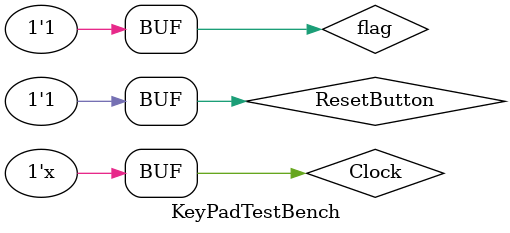
<source format=v>

`timescale 1ns/1ns
module KeyPadTestBench();

reg flag;
//Inputs to KeyPadInterpreter
reg Clock;
reg ResetButton;
reg KeyRead;
reg [3:0] RowDataIn;
//Outputs from KeyPadInterpreter
wire KeyReady;
wire [3:0] DataOut;
wire [3:0] ColDataOut;
wire [3:0] PressCount;

//Clock Setup
initial begin
	Clock = 0;
end

always begin 
	#1 Clock = ~Clock;
end
//End Clock Setup

//Keypad Emulator, 
// returns that "5" is pressed after flag goes high
always @(ColDataOut) begin
	if(flag==1) begin
		case(ColDataOut) 
			4'bzzz0: RowDataIn = 4'b1111;
			4'bzz0z: RowDataIn = 4'b1111;
			4'bz0zz: RowDataIn = 4'b1101;
			4'b0zzz: RowDataIn = 4'b1111;
		endcase
	end
	else begin
		case(ColDataOut) 
			4'bzzz0: RowDataIn = 4'b1111;
			4'bzz0z: RowDataIn = 4'b1111;
			4'bz0zz: RowDataIn = 4'b1111;
			4'b0zzz: RowDataIn = 4'b1111;
		endcase
	end
end
//End Keypad Emulator

//Actual Testing
initial begin
	#0 flag = 0;
	#0 ResetButton = 0;
	#3 ResetButton = 1;
	#10000000; //Wait a long time
	flag = 1;
	#10000000; //Wait a little more
	if(DataOut == 4'b0110) 
		$display("CorrectKey");
	else
		$display("Wrong DataOut");
end
//End of Testing

//Module to be tested
KeyPadInterpreter test(Clock,ResetButton,KeyRead,RowDataIn,KeyReady,DataOut,ColDataOut,PressCount);

endmodule
</source>
